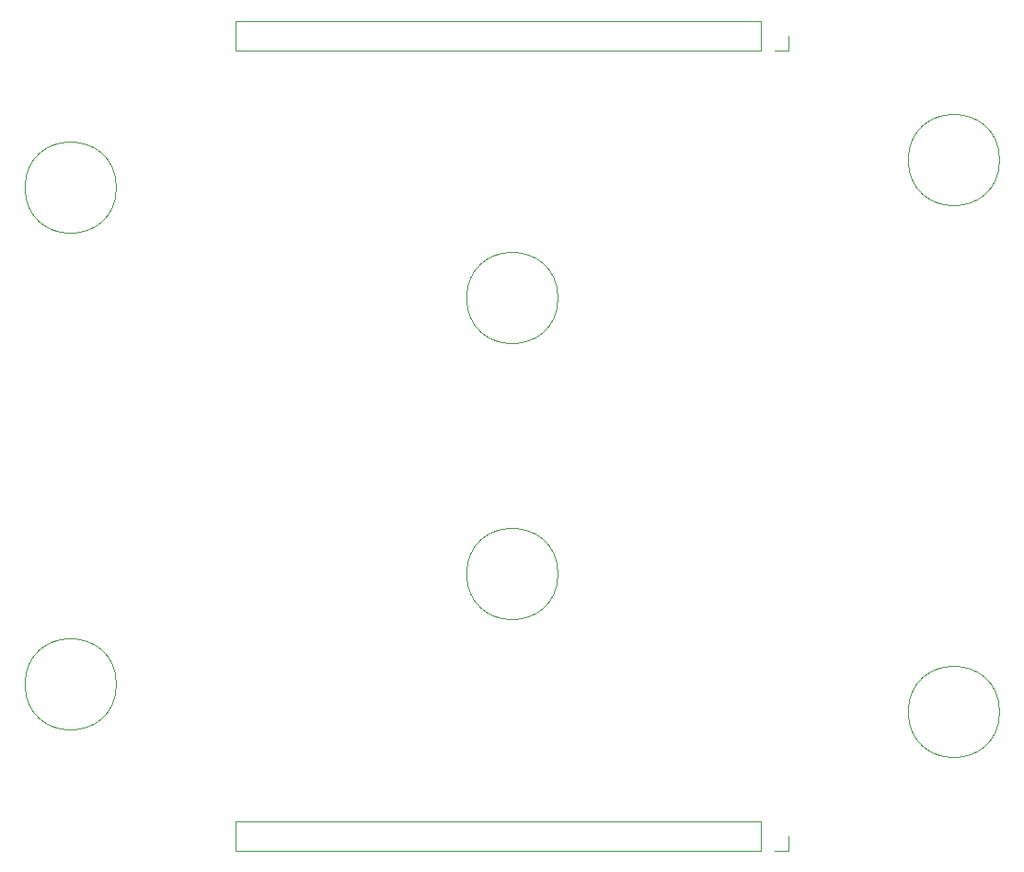
<source format=gbr>
G04 #@! TF.GenerationSoftware,KiCad,Pcbnew,8.0.7*
G04 #@! TF.CreationDate,2025-12-06T16:12:50-05:00*
G04 #@! TF.ProjectId,TPL-GridSwitch,54504c2d-4772-4696-9453-77697463682e,rev?*
G04 #@! TF.SameCoordinates,Original*
G04 #@! TF.FileFunction,Legend,Bot*
G04 #@! TF.FilePolarity,Positive*
%FSLAX46Y46*%
G04 Gerber Fmt 4.6, Leading zero omitted, Abs format (unit mm)*
G04 Created by KiCad (PCBNEW 8.0.7) date 2025-12-06 16:12:50*
%MOMM*%
%LPD*%
G01*
G04 APERTURE LIST*
%ADD10C,0.120000*%
G04 APERTURE END LIST*
D10*
X-36440000Y22860000D02*
G75*
G02*
X-44840000Y22860000I-4200000J0D01*
G01*
X-44840000Y22860000D02*
G75*
G02*
X-36440000Y22860000I4200000J0D01*
G01*
X4200000Y-12700000D02*
G75*
G02*
X-4200000Y-12700000I-4200000J0D01*
G01*
X-4200000Y-12700000D02*
G75*
G02*
X4200000Y-12700000I4200000J0D01*
G01*
X-36440000Y-22860000D02*
G75*
G02*
X-44840000Y-22860000I-4200000J0D01*
G01*
X-44840000Y-22860000D02*
G75*
G02*
X-36440000Y-22860000I4200000J0D01*
G01*
X44840000Y-25400000D02*
G75*
G02*
X36440000Y-25400000I-4200000J0D01*
G01*
X36440000Y-25400000D02*
G75*
G02*
X44840000Y-25400000I4200000J0D01*
G01*
X4200000Y12700000D02*
G75*
G02*
X-4200000Y12700000I-4200000J0D01*
G01*
X-4200000Y12700000D02*
G75*
G02*
X4200000Y12700000I4200000J0D01*
G01*
X44840000Y25400000D02*
G75*
G02*
X36440000Y25400000I-4200000J0D01*
G01*
X36440000Y25400000D02*
G75*
G02*
X44840000Y25400000I4200000J0D01*
G01*
X-25465000Y-38160000D02*
X-25465000Y-35500000D01*
X22855000Y-38160000D02*
X-25465000Y-38160000D01*
X22855000Y-38160000D02*
X22855000Y-35500000D01*
X24125000Y-38160000D02*
X25455000Y-38160000D01*
X25455000Y-38160000D02*
X25455000Y-36830000D01*
X22855000Y-35500000D02*
X-25465000Y-35500000D01*
X-25465000Y35500000D02*
X-25465000Y38160000D01*
X22855000Y35500000D02*
X-25465000Y35500000D01*
X22855000Y35500000D02*
X22855000Y38160000D01*
X24125000Y35500000D02*
X25455000Y35500000D01*
X25455000Y35500000D02*
X25455000Y36830000D01*
X22855000Y38160000D02*
X-25465000Y38160000D01*
M02*

</source>
